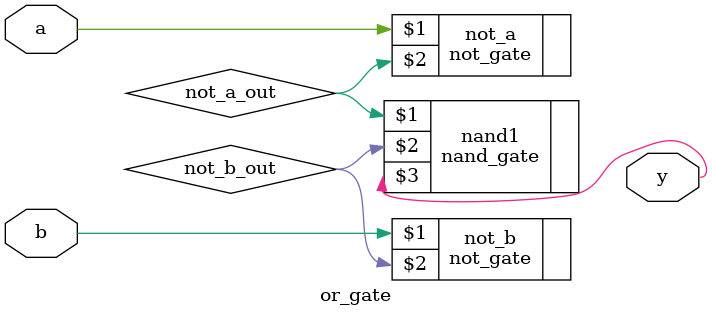
<source format=v>
`timescale 1ns / 1ps

module or_gate (
  input wire a, // 入力A
  input wire b, // 入力B
  output wire y // 出力Y = A OR B
);
  wire not_a_out;
  wire not_b_out;

  not_gate not_a (a, not_a_out);
  not_gate not_b (b, not_b_out);

  nand_gate nand1 (not_a_out, not_b_out, y);
endmodule
</source>
